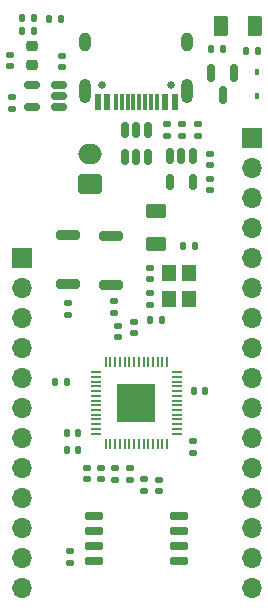
<source format=gbr>
%TF.GenerationSoftware,KiCad,Pcbnew,(6.0.9)*%
%TF.CreationDate,2023-01-04T16:56:23-05:00*%
%TF.ProjectId,RP2040_DevBoard_LiPo,52503230-3430-45f4-9465-76426f617264,rev?*%
%TF.SameCoordinates,Original*%
%TF.FileFunction,Soldermask,Top*%
%TF.FilePolarity,Negative*%
%FSLAX46Y46*%
G04 Gerber Fmt 4.6, Leading zero omitted, Abs format (unit mm)*
G04 Created by KiCad (PCBNEW (6.0.9)) date 2023-01-04 16:56:23*
%MOMM*%
%LPD*%
G01*
G04 APERTURE LIST*
G04 Aperture macros list*
%AMRoundRect*
0 Rectangle with rounded corners*
0 $1 Rounding radius*
0 $2 $3 $4 $5 $6 $7 $8 $9 X,Y pos of 4 corners*
0 Add a 4 corners polygon primitive as box body*
4,1,4,$2,$3,$4,$5,$6,$7,$8,$9,$2,$3,0*
0 Add four circle primitives for the rounded corners*
1,1,$1+$1,$2,$3*
1,1,$1+$1,$4,$5*
1,1,$1+$1,$6,$7*
1,1,$1+$1,$8,$9*
0 Add four rect primitives between the rounded corners*
20,1,$1+$1,$2,$3,$4,$5,0*
20,1,$1+$1,$4,$5,$6,$7,0*
20,1,$1+$1,$6,$7,$8,$9,0*
20,1,$1+$1,$8,$9,$2,$3,0*%
G04 Aperture macros list end*
%ADD10RoundRect,0.250000X0.375000X0.625000X-0.375000X0.625000X-0.375000X-0.625000X0.375000X-0.625000X0*%
%ADD11RoundRect,0.150000X0.512500X0.150000X-0.512500X0.150000X-0.512500X-0.150000X0.512500X-0.150000X0*%
%ADD12RoundRect,0.135000X0.185000X-0.135000X0.185000X0.135000X-0.185000X0.135000X-0.185000X-0.135000X0*%
%ADD13RoundRect,0.250000X-0.625000X0.375000X-0.625000X-0.375000X0.625000X-0.375000X0.625000X0.375000X0*%
%ADD14C,0.650000*%
%ADD15R,0.600000X1.450000*%
%ADD16R,0.300000X1.450000*%
%ADD17O,1.000000X2.100000*%
%ADD18O,1.000000X1.600000*%
%ADD19RoundRect,0.140000X0.170000X-0.140000X0.170000X0.140000X-0.170000X0.140000X-0.170000X-0.140000X0*%
%ADD20RoundRect,0.135000X-0.135000X-0.185000X0.135000X-0.185000X0.135000X0.185000X-0.135000X0.185000X0*%
%ADD21R,1.700000X1.700000*%
%ADD22O,1.700000X1.700000*%
%ADD23RoundRect,0.150000X-0.150000X0.587500X-0.150000X-0.587500X0.150000X-0.587500X0.150000X0.587500X0*%
%ADD24RoundRect,0.140000X-0.170000X0.140000X-0.170000X-0.140000X0.170000X-0.140000X0.170000X0.140000X0*%
%ADD25RoundRect,0.140000X-0.140000X-0.170000X0.140000X-0.170000X0.140000X0.170000X-0.140000X0.170000X0*%
%ADD26RoundRect,0.135000X-0.185000X0.135000X-0.185000X-0.135000X0.185000X-0.135000X0.185000X0.135000X0*%
%ADD27RoundRect,0.150000X-0.150000X0.512500X-0.150000X-0.512500X0.150000X-0.512500X0.150000X0.512500X0*%
%ADD28RoundRect,0.140000X0.140000X0.170000X-0.140000X0.170000X-0.140000X-0.170000X0.140000X-0.170000X0*%
%ADD29RoundRect,0.135000X0.135000X0.185000X-0.135000X0.185000X-0.135000X-0.185000X0.135000X-0.185000X0*%
%ADD30RoundRect,0.200000X-0.800000X0.200000X-0.800000X-0.200000X0.800000X-0.200000X0.800000X0.200000X0*%
%ADD31RoundRect,0.147500X0.147500X0.172500X-0.147500X0.172500X-0.147500X-0.172500X0.147500X-0.172500X0*%
%ADD32RoundRect,0.150000X0.650000X0.150000X-0.650000X0.150000X-0.650000X-0.150000X0.650000X-0.150000X0*%
%ADD33R,1.200000X1.400000*%
%ADD34RoundRect,0.050000X0.387500X0.050000X-0.387500X0.050000X-0.387500X-0.050000X0.387500X-0.050000X0*%
%ADD35RoundRect,0.050000X0.050000X0.387500X-0.050000X0.387500X-0.050000X-0.387500X0.050000X-0.387500X0*%
%ADD36R,3.200000X3.200000*%
%ADD37RoundRect,0.250000X0.750000X-0.600000X0.750000X0.600000X-0.750000X0.600000X-0.750000X-0.600000X0*%
%ADD38O,2.000000X1.700000*%
%ADD39RoundRect,0.218750X-0.256250X0.218750X-0.256250X-0.218750X0.256250X-0.218750X0.256250X0.218750X0*%
%ADD40R,0.450000X0.600000*%
G04 APERTURE END LIST*
D10*
%TO.C,D3*%
X181500000Y-21600000D03*
X178700000Y-21600000D03*
%TD*%
D11*
%TO.C,U3*%
X164937500Y-28450000D03*
X164937500Y-27500000D03*
X164937500Y-26550000D03*
X162662500Y-26550000D03*
X162662500Y-28450000D03*
%TD*%
D12*
%TO.C,R10*%
X169670000Y-60020000D03*
X169670000Y-59000000D03*
%TD*%
D13*
%TO.C,D1*%
X173150000Y-37280000D03*
X173150000Y-40080000D03*
%TD*%
D14*
%TO.C,J1*%
X168610000Y-26600000D03*
X174390000Y-26600000D03*
D15*
X174750000Y-28045000D03*
X173950000Y-28045000D03*
D16*
X172750000Y-28045000D03*
X171750000Y-28045000D03*
X171250000Y-28045000D03*
X170250000Y-28045000D03*
D15*
X169050000Y-28045000D03*
X168250000Y-28045000D03*
X168250000Y-28045000D03*
X169050000Y-28045000D03*
D16*
X169750000Y-28045000D03*
X170750000Y-28045000D03*
X172250000Y-28045000D03*
X173250000Y-28045000D03*
D15*
X173950000Y-28045000D03*
X174750000Y-28045000D03*
D17*
X167180000Y-27130000D03*
D18*
X175820000Y-22950000D03*
X167180000Y-22950000D03*
D17*
X175820000Y-27130000D03*
%TD*%
D19*
%TO.C,C6*%
X165200000Y-25080000D03*
X165200000Y-24120000D03*
%TD*%
D20*
%TO.C,R1*%
X161790000Y-22000000D03*
X162810000Y-22000000D03*
%TD*%
D19*
%TO.C,C8*%
X172630000Y-43030000D03*
X172630000Y-42070000D03*
%TD*%
%TO.C,C18*%
X167290000Y-59980000D03*
X167290000Y-59020000D03*
%TD*%
D21*
%TO.C,J2*%
X181250000Y-31100000D03*
D22*
X181250000Y-33640000D03*
X181250000Y-36180000D03*
X181250000Y-38720000D03*
X181250000Y-41260000D03*
X181250000Y-43800000D03*
X181250000Y-46340000D03*
X181250000Y-48880000D03*
X181250000Y-51420000D03*
X181250000Y-53960000D03*
X181250000Y-56500000D03*
X181250000Y-59040000D03*
X181250000Y-61580000D03*
X181250000Y-64120000D03*
X181250000Y-66660000D03*
X181250000Y-69200000D03*
%TD*%
D12*
%TO.C,R5*%
X174100000Y-30910000D03*
X174100000Y-29890000D03*
%TD*%
D19*
%TO.C,C5*%
X177700000Y-35480000D03*
X177700000Y-34520000D03*
%TD*%
%TO.C,C4*%
X177700000Y-33380000D03*
X177700000Y-32420000D03*
%TD*%
D23*
%TO.C,Q1*%
X179750000Y-25562500D03*
X177850000Y-25562500D03*
X178800000Y-27437500D03*
%TD*%
D19*
%TO.C,C19*%
X172160000Y-60920000D03*
X172160000Y-59960000D03*
%TD*%
D20*
%TO.C,R3*%
X175420000Y-40180000D03*
X176440000Y-40180000D03*
%TD*%
D19*
%TO.C,C13*%
X171270000Y-47620000D03*
X171270000Y-46660000D03*
%TD*%
%TO.C,C11*%
X173390000Y-60950000D03*
X173390000Y-59990000D03*
%TD*%
D24*
%TO.C,C1*%
X160800000Y-24020000D03*
X160800000Y-24980000D03*
%TD*%
D12*
%TO.C,R6*%
X161000000Y-28610000D03*
X161000000Y-27590000D03*
%TD*%
D25*
%TO.C,C15*%
X164640000Y-51690000D03*
X165600000Y-51690000D03*
%TD*%
D20*
%TO.C,R7*%
X177790000Y-23500000D03*
X178810000Y-23500000D03*
%TD*%
D19*
%TO.C,C12*%
X168490000Y-59980000D03*
X168490000Y-59020000D03*
%TD*%
D26*
%TO.C,R8*%
X172650000Y-44230000D03*
X172650000Y-45250000D03*
%TD*%
D24*
%TO.C,C9*%
X165910000Y-66080000D03*
X165910000Y-67040000D03*
%TD*%
D27*
%TO.C,U2*%
X176250000Y-32562500D03*
X175300000Y-32562500D03*
X174350000Y-32562500D03*
X174350000Y-34837500D03*
X176250000Y-34837500D03*
%TD*%
D28*
%TO.C,C16*%
X177340000Y-52470000D03*
X176380000Y-52470000D03*
%TD*%
D27*
%TO.C,U1*%
X172450000Y-30362500D03*
X171500000Y-30362500D03*
X170550000Y-30362500D03*
X170550000Y-32637500D03*
X171500000Y-32637500D03*
X172450000Y-32637500D03*
%TD*%
D19*
%TO.C,C14*%
X176280000Y-57700000D03*
X176280000Y-56740000D03*
%TD*%
D29*
%TO.C,R4*%
X181810000Y-23700000D03*
X180790000Y-23700000D03*
%TD*%
D30*
%TO.C,SW1*%
X169350000Y-39330000D03*
X169350000Y-43530000D03*
%TD*%
D20*
%TO.C,R2*%
X161790000Y-20900000D03*
X162810000Y-20900000D03*
%TD*%
D26*
%TO.C,R12*%
X165710000Y-45020000D03*
X165710000Y-46040000D03*
%TD*%
D30*
%TO.C,SW2*%
X165680000Y-39270000D03*
X165680000Y-43470000D03*
%TD*%
D19*
%TO.C,C3*%
X176700000Y-30880000D03*
X176700000Y-29920000D03*
%TD*%
D25*
%TO.C,C17*%
X165590000Y-57450000D03*
X166550000Y-57450000D03*
%TD*%
D31*
%TO.C,L1*%
X165085000Y-21000000D03*
X164115000Y-21000000D03*
%TD*%
D32*
%TO.C,U5*%
X175080000Y-66915000D03*
X175080000Y-65645000D03*
X175080000Y-64375000D03*
X175080000Y-63105000D03*
X167880000Y-63105000D03*
X167880000Y-64375000D03*
X167880000Y-65645000D03*
X167880000Y-66915000D03*
%TD*%
D33*
%TO.C,Y1*%
X175980000Y-44730000D03*
X175980000Y-42530000D03*
X174280000Y-42530000D03*
X174280000Y-44730000D03*
%TD*%
D28*
%TO.C,C7*%
X173630000Y-46440000D03*
X172670000Y-46440000D03*
%TD*%
D19*
%TO.C,C2*%
X175400000Y-30880000D03*
X175400000Y-29920000D03*
%TD*%
%TO.C,C10*%
X169900000Y-47920000D03*
X169900000Y-46960000D03*
%TD*%
D21*
%TO.C,J6*%
X161800000Y-41250000D03*
D22*
X161800000Y-43790000D03*
X161800000Y-46330000D03*
X161800000Y-48870000D03*
X161800000Y-51410000D03*
X161800000Y-53950000D03*
X161800000Y-56490000D03*
X161800000Y-59030000D03*
X161800000Y-61570000D03*
X161800000Y-64110000D03*
X161800000Y-66650000D03*
X161800000Y-69190000D03*
%TD*%
D25*
%TO.C,C20*%
X165580000Y-56080000D03*
X166540000Y-56080000D03*
%TD*%
D34*
%TO.C,U4*%
X174937500Y-56100000D03*
X174937500Y-55700000D03*
X174937500Y-55300000D03*
X174937500Y-54900000D03*
X174937500Y-54500000D03*
X174937500Y-54100000D03*
X174937500Y-53700000D03*
X174937500Y-53300000D03*
X174937500Y-52900000D03*
X174937500Y-52500000D03*
X174937500Y-52100000D03*
X174937500Y-51700000D03*
X174937500Y-51300000D03*
X174937500Y-50900000D03*
D35*
X174100000Y-50062500D03*
X173700000Y-50062500D03*
X173300000Y-50062500D03*
X172900000Y-50062500D03*
X172500000Y-50062500D03*
X172100000Y-50062500D03*
X171700000Y-50062500D03*
X171300000Y-50062500D03*
X170900000Y-50062500D03*
X170500000Y-50062500D03*
X170100000Y-50062500D03*
X169700000Y-50062500D03*
X169300000Y-50062500D03*
X168900000Y-50062500D03*
D34*
X168062500Y-50900000D03*
X168062500Y-51300000D03*
X168062500Y-51700000D03*
X168062500Y-52100000D03*
X168062500Y-52500000D03*
X168062500Y-52900000D03*
X168062500Y-53300000D03*
X168062500Y-53700000D03*
X168062500Y-54100000D03*
X168062500Y-54500000D03*
X168062500Y-54900000D03*
X168062500Y-55300000D03*
X168062500Y-55700000D03*
X168062500Y-56100000D03*
D35*
X168900000Y-56937500D03*
X169300000Y-56937500D03*
X169700000Y-56937500D03*
X170100000Y-56937500D03*
X170500000Y-56937500D03*
X170900000Y-56937500D03*
X171300000Y-56937500D03*
X171700000Y-56937500D03*
X172100000Y-56937500D03*
X172500000Y-56937500D03*
X172900000Y-56937500D03*
X173300000Y-56937500D03*
X173700000Y-56937500D03*
X174100000Y-56937500D03*
D36*
X171500000Y-53500000D03*
%TD*%
D12*
%TO.C,R9*%
X170950000Y-60020000D03*
X170950000Y-59000000D03*
%TD*%
D37*
%TO.C,J3*%
X167532500Y-34950000D03*
D38*
X167532500Y-32450000D03*
%TD*%
D39*
%TO.C,F1*%
X162700000Y-23312500D03*
X162700000Y-24887500D03*
%TD*%
D26*
%TO.C,R11*%
X169560000Y-44860000D03*
X169560000Y-45880000D03*
%TD*%
D40*
%TO.C,D2*%
X181700000Y-27550000D03*
X181700000Y-25450000D03*
%TD*%
M02*

</source>
